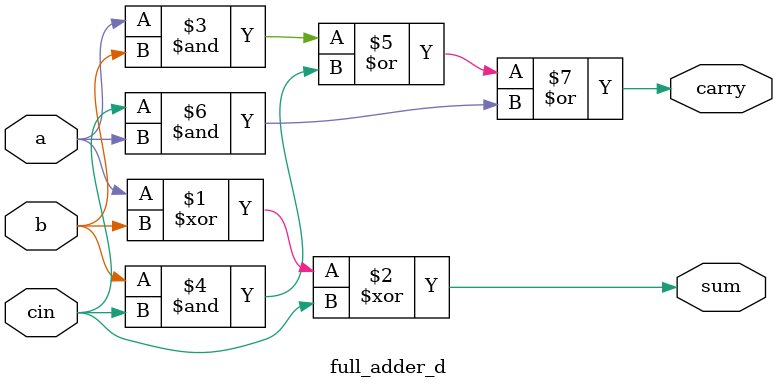
<source format=v>
module full_adder_d (
    input a,b,cin,
    output sum,carry
);

assign sum = a ^ b ^ cin;
assign carry = (a & b) | (b & cin)  | (cin & a) ;

endmodule

</source>
